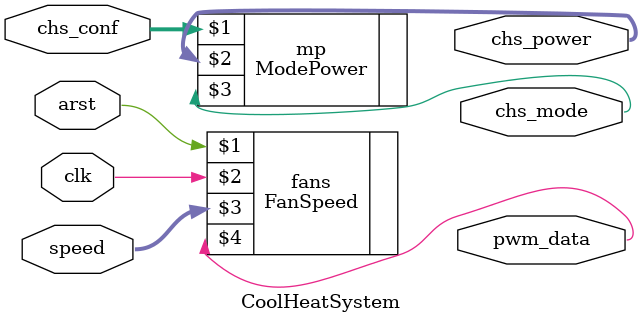
<source format=v>
`timescale 1ns / 1ps
   module CoolHeatSystem (
	input        arst      , // reset [asynch]  
	input        clk       , // clock [posedge] 
	
	input  [7:0] speed     , // speed [duty-cycle]  
	
	input  [7:0] chs_conf  , // degree [temprature] 
	
	output  [3:0] chs_power , // power  [cooler/heater] 
	output       chs_mode  , // model  [heat=1/cool=0]

	output       pwm_data    // data  [output]
);

	
	ModePower mp(chs_conf,chs_power,chs_mode);
	FanSpeed fans(arst,clk,speed,pwm_data);
	


endmodule

</source>
